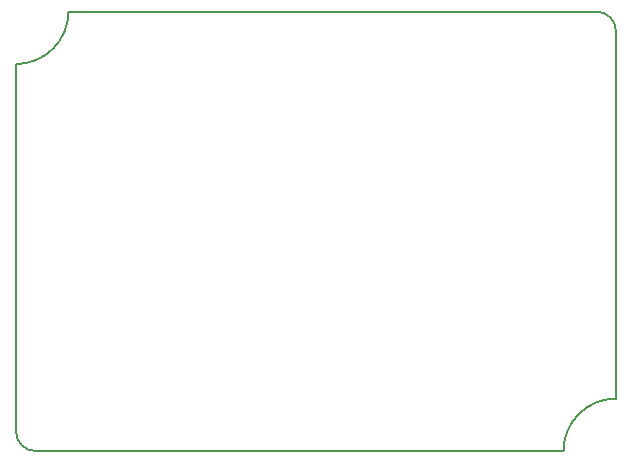
<source format=gbr>
G04 start of page 4 for group 2 idx 2 *
G04 Title: (unknown), outline *
G04 Creator: pcb 20110918 *
G04 CreationDate: Fri May 31 21:55:40 2013 UTC *
G04 For: fosse *
G04 Format: Gerber/RS-274X *
G04 PCB-Dimensions: 210000 160000 *
G04 PCB-Coordinate-Origin: lower left *
%MOIN*%
%FSLAX25Y25*%
%LNOUTLINE*%
%ADD37C,0.0060*%
G54D37*X1500Y141000D02*Y18000D01*
X19000Y158500D02*X195000D01*
X201500Y152000D02*Y29500D01*
X8000Y12000D02*X184000D01*
G75*G02X201500Y29500I17500J0D01*G01*
X19000Y158500D02*G75*G02X1500Y141000I-17500J0D01*G01*
X8000Y12000D02*G75*G02X1500Y18500I0J6500D01*G01*
X201500Y152000D02*G75*G03X195000Y158500I-6500J0D01*G01*
M02*

</source>
